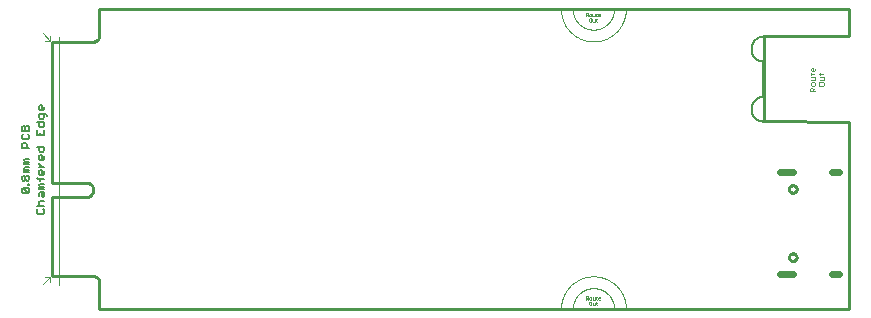
<source format=gko>
G04 EAGLE Gerber RS-274X export*
G75*
%MOMM*%
%FSLAX34Y34*%
%LPD*%
%IN*%
%IPPOS*%
%AMOC8*
5,1,8,0,0,1.08239X$1,22.5*%
G01*
%ADD10C,0.203200*%
%ADD11C,0.020000*%
%ADD12C,0.000000*%
%ADD13C,0.600000*%
%ADD14C,0.152400*%
%ADD15C,0.076200*%
%ADD16C,0.050800*%
%ADD17C,0.127000*%
%ADD18C,0.101600*%
%ADD19C,0.025400*%
%ADD20C,0.254000*%


D10*
X63500Y103950D02*
X63500Y170950D01*
X63500Y182950D02*
X63500Y302450D01*
X98500Y302450D01*
X98500Y103950D02*
X63500Y103950D01*
X98500Y103950D02*
X98640Y103946D01*
X98780Y103937D01*
X98920Y103925D01*
X99059Y103909D01*
X99198Y103889D01*
X99336Y103866D01*
X99474Y103838D01*
X99610Y103807D01*
X99746Y103772D01*
X99881Y103733D01*
X100015Y103691D01*
X100147Y103645D01*
X100278Y103595D01*
X100408Y103542D01*
X100536Y103485D01*
X100663Y103425D01*
X100788Y103362D01*
X100911Y103294D01*
X101032Y103224D01*
X101151Y103150D01*
X101269Y103073D01*
X101384Y102993D01*
X101496Y102910D01*
X101607Y102823D01*
X101715Y102734D01*
X101820Y102642D01*
X101923Y102547D01*
X102024Y102449D01*
X102121Y102348D01*
X102216Y102245D01*
X102308Y102139D01*
X102397Y102030D01*
X102483Y101920D01*
X102566Y101807D01*
X102646Y101691D01*
X102722Y101574D01*
X102796Y101454D01*
X102866Y101333D01*
X102932Y101209D01*
X102995Y101084D01*
X103055Y100957D01*
X103111Y100829D01*
X103164Y100699D01*
X103213Y100568D01*
X103259Y100435D01*
X103301Y100301D01*
X103339Y100166D01*
X103373Y100030D01*
X103404Y99894D01*
X103431Y99756D01*
X103454Y99618D01*
X103473Y99479D01*
X103489Y99339D01*
X103501Y99200D01*
X98500Y302450D02*
X98642Y302456D01*
X98785Y302466D01*
X98926Y302480D01*
X99068Y302498D01*
X99209Y302519D01*
X99349Y302545D01*
X99488Y302574D01*
X99627Y302607D01*
X99764Y302644D01*
X99901Y302685D01*
X100036Y302730D01*
X100170Y302778D01*
X100303Y302830D01*
X100434Y302886D01*
X100564Y302945D01*
X100692Y303008D01*
X100818Y303074D01*
X100942Y303144D01*
X101064Y303217D01*
X101184Y303293D01*
X101302Y303373D01*
X101418Y303456D01*
X101532Y303542D01*
X101643Y303631D01*
X101751Y303724D01*
X101857Y303819D01*
X101961Y303917D01*
X102061Y304018D01*
X102159Y304122D01*
X102254Y304228D01*
X102346Y304337D01*
X102434Y304448D01*
X102520Y304562D01*
X102603Y304678D01*
X102682Y304797D01*
X102758Y304917D01*
X102831Y305040D01*
X102900Y305164D01*
X102966Y305291D01*
X103028Y305419D01*
X103087Y305549D01*
X103142Y305680D01*
X103193Y305813D01*
X103241Y305947D01*
X103285Y306083D01*
X103325Y306219D01*
X103362Y306357D01*
X103394Y306496D01*
X103423Y306635D01*
X103448Y306776D01*
X103469Y306916D01*
X103486Y307058D01*
X103500Y307200D01*
X92500Y170950D02*
X63500Y170950D01*
X63500Y182950D02*
X92500Y182950D01*
X92653Y182948D01*
X92806Y182942D01*
X92959Y182932D01*
X93112Y182919D01*
X93264Y182901D01*
X93416Y182880D01*
X93567Y182854D01*
X93717Y182825D01*
X93867Y182792D01*
X94016Y182755D01*
X94164Y182715D01*
X94310Y182670D01*
X94456Y182622D01*
X94600Y182570D01*
X94743Y182515D01*
X94884Y182456D01*
X95024Y182393D01*
X95162Y182327D01*
X95299Y182257D01*
X95433Y182184D01*
X95566Y182107D01*
X95697Y182027D01*
X95825Y181944D01*
X95952Y181858D01*
X96076Y181768D01*
X96198Y181675D01*
X96317Y181579D01*
X96434Y181480D01*
X96549Y181378D01*
X96661Y181273D01*
X96770Y181165D01*
X96876Y181055D01*
X96979Y180942D01*
X97080Y180826D01*
X97177Y180708D01*
X97272Y180587D01*
X97363Y180464D01*
X97451Y180339D01*
X97536Y180211D01*
X97618Y180082D01*
X97696Y179950D01*
X97771Y179816D01*
X97843Y179681D01*
X97911Y179543D01*
X97975Y179404D01*
X98036Y179264D01*
X98093Y179122D01*
X98147Y178978D01*
X98197Y178833D01*
X98243Y178687D01*
X98286Y178540D01*
X98324Y178392D01*
X98359Y178242D01*
X98390Y178092D01*
X98418Y177942D01*
X98441Y177790D01*
X98460Y177638D01*
X98476Y177486D01*
X98488Y177333D01*
X98496Y177180D01*
X98500Y177027D01*
X98500Y176873D01*
X98496Y176720D01*
X98488Y176567D01*
X98476Y176414D01*
X98460Y176262D01*
X98441Y176110D01*
X98418Y175958D01*
X98390Y175808D01*
X98359Y175658D01*
X98324Y175508D01*
X98286Y175360D01*
X98243Y175213D01*
X98197Y175067D01*
X98147Y174922D01*
X98093Y174778D01*
X98036Y174636D01*
X97975Y174496D01*
X97911Y174357D01*
X97843Y174219D01*
X97771Y174084D01*
X97696Y173950D01*
X97618Y173818D01*
X97536Y173689D01*
X97451Y173561D01*
X97363Y173436D01*
X97272Y173313D01*
X97177Y173192D01*
X97080Y173074D01*
X96979Y172958D01*
X96876Y172845D01*
X96770Y172735D01*
X96661Y172627D01*
X96549Y172522D01*
X96434Y172420D01*
X96317Y172321D01*
X96198Y172225D01*
X96076Y172132D01*
X95952Y172042D01*
X95825Y171956D01*
X95697Y171873D01*
X95566Y171793D01*
X95433Y171716D01*
X95299Y171643D01*
X95162Y171573D01*
X95024Y171507D01*
X94884Y171444D01*
X94743Y171385D01*
X94600Y171330D01*
X94456Y171278D01*
X94310Y171230D01*
X94164Y171185D01*
X94016Y171145D01*
X93867Y171108D01*
X93717Y171075D01*
X93567Y171046D01*
X93416Y171020D01*
X93264Y170999D01*
X93112Y170981D01*
X92959Y170968D01*
X92806Y170958D01*
X92653Y170952D01*
X92500Y170950D01*
D11*
X69000Y96200D02*
X69000Y306200D01*
D10*
X103500Y307200D02*
X103500Y330200D01*
X738378Y330200D01*
X103500Y99200D02*
X103500Y76200D01*
X738378Y76200D01*
X738378Y307340D02*
X665988Y307594D01*
X665988Y234950D01*
X738378Y234696D01*
X738378Y307340D02*
X738378Y330200D01*
X738378Y234696D02*
X738378Y76200D01*
D12*
X687348Y119944D02*
X687350Y120057D01*
X687356Y120171D01*
X687366Y120284D01*
X687380Y120396D01*
X687397Y120508D01*
X687419Y120620D01*
X687445Y120730D01*
X687474Y120840D01*
X687507Y120948D01*
X687544Y121056D01*
X687585Y121161D01*
X687629Y121266D01*
X687677Y121369D01*
X687728Y121470D01*
X687783Y121569D01*
X687842Y121666D01*
X687904Y121761D01*
X687969Y121854D01*
X688037Y121945D01*
X688108Y122033D01*
X688183Y122119D01*
X688260Y122202D01*
X688340Y122282D01*
X688423Y122359D01*
X688509Y122434D01*
X688597Y122505D01*
X688688Y122573D01*
X688781Y122638D01*
X688876Y122700D01*
X688973Y122759D01*
X689072Y122814D01*
X689173Y122865D01*
X689276Y122913D01*
X689381Y122957D01*
X689486Y122998D01*
X689594Y123035D01*
X689702Y123068D01*
X689812Y123097D01*
X689922Y123123D01*
X690034Y123145D01*
X690146Y123162D01*
X690258Y123176D01*
X690371Y123186D01*
X690485Y123192D01*
X690598Y123194D01*
X690711Y123192D01*
X690825Y123186D01*
X690938Y123176D01*
X691050Y123162D01*
X691162Y123145D01*
X691274Y123123D01*
X691384Y123097D01*
X691494Y123068D01*
X691602Y123035D01*
X691710Y122998D01*
X691815Y122957D01*
X691920Y122913D01*
X692023Y122865D01*
X692124Y122814D01*
X692223Y122759D01*
X692320Y122700D01*
X692415Y122638D01*
X692508Y122573D01*
X692599Y122505D01*
X692687Y122434D01*
X692773Y122359D01*
X692856Y122282D01*
X692936Y122202D01*
X693013Y122119D01*
X693088Y122033D01*
X693159Y121945D01*
X693227Y121854D01*
X693292Y121761D01*
X693354Y121666D01*
X693413Y121569D01*
X693468Y121470D01*
X693519Y121369D01*
X693567Y121266D01*
X693611Y121161D01*
X693652Y121056D01*
X693689Y120948D01*
X693722Y120840D01*
X693751Y120730D01*
X693777Y120620D01*
X693799Y120508D01*
X693816Y120396D01*
X693830Y120284D01*
X693840Y120171D01*
X693846Y120057D01*
X693848Y119944D01*
X693846Y119831D01*
X693840Y119717D01*
X693830Y119604D01*
X693816Y119492D01*
X693799Y119380D01*
X693777Y119268D01*
X693751Y119158D01*
X693722Y119048D01*
X693689Y118940D01*
X693652Y118832D01*
X693611Y118727D01*
X693567Y118622D01*
X693519Y118519D01*
X693468Y118418D01*
X693413Y118319D01*
X693354Y118222D01*
X693292Y118127D01*
X693227Y118034D01*
X693159Y117943D01*
X693088Y117855D01*
X693013Y117769D01*
X692936Y117686D01*
X692856Y117606D01*
X692773Y117529D01*
X692687Y117454D01*
X692599Y117383D01*
X692508Y117315D01*
X692415Y117250D01*
X692320Y117188D01*
X692223Y117129D01*
X692124Y117074D01*
X692023Y117023D01*
X691920Y116975D01*
X691815Y116931D01*
X691710Y116890D01*
X691602Y116853D01*
X691494Y116820D01*
X691384Y116791D01*
X691274Y116765D01*
X691162Y116743D01*
X691050Y116726D01*
X690938Y116712D01*
X690825Y116702D01*
X690711Y116696D01*
X690598Y116694D01*
X690485Y116696D01*
X690371Y116702D01*
X690258Y116712D01*
X690146Y116726D01*
X690034Y116743D01*
X689922Y116765D01*
X689812Y116791D01*
X689702Y116820D01*
X689594Y116853D01*
X689486Y116890D01*
X689381Y116931D01*
X689276Y116975D01*
X689173Y117023D01*
X689072Y117074D01*
X688973Y117129D01*
X688876Y117188D01*
X688781Y117250D01*
X688688Y117315D01*
X688597Y117383D01*
X688509Y117454D01*
X688423Y117529D01*
X688340Y117606D01*
X688260Y117686D01*
X688183Y117769D01*
X688108Y117855D01*
X688037Y117943D01*
X687969Y118034D01*
X687904Y118127D01*
X687842Y118222D01*
X687783Y118319D01*
X687728Y118418D01*
X687677Y118519D01*
X687629Y118622D01*
X687585Y118727D01*
X687544Y118832D01*
X687507Y118940D01*
X687474Y119048D01*
X687445Y119158D01*
X687419Y119268D01*
X687397Y119380D01*
X687380Y119492D01*
X687366Y119604D01*
X687356Y119717D01*
X687350Y119831D01*
X687348Y119944D01*
X687348Y177744D02*
X687350Y177857D01*
X687356Y177971D01*
X687366Y178084D01*
X687380Y178196D01*
X687397Y178308D01*
X687419Y178420D01*
X687445Y178530D01*
X687474Y178640D01*
X687507Y178748D01*
X687544Y178856D01*
X687585Y178961D01*
X687629Y179066D01*
X687677Y179169D01*
X687728Y179270D01*
X687783Y179369D01*
X687842Y179466D01*
X687904Y179561D01*
X687969Y179654D01*
X688037Y179745D01*
X688108Y179833D01*
X688183Y179919D01*
X688260Y180002D01*
X688340Y180082D01*
X688423Y180159D01*
X688509Y180234D01*
X688597Y180305D01*
X688688Y180373D01*
X688781Y180438D01*
X688876Y180500D01*
X688973Y180559D01*
X689072Y180614D01*
X689173Y180665D01*
X689276Y180713D01*
X689381Y180757D01*
X689486Y180798D01*
X689594Y180835D01*
X689702Y180868D01*
X689812Y180897D01*
X689922Y180923D01*
X690034Y180945D01*
X690146Y180962D01*
X690258Y180976D01*
X690371Y180986D01*
X690485Y180992D01*
X690598Y180994D01*
X690711Y180992D01*
X690825Y180986D01*
X690938Y180976D01*
X691050Y180962D01*
X691162Y180945D01*
X691274Y180923D01*
X691384Y180897D01*
X691494Y180868D01*
X691602Y180835D01*
X691710Y180798D01*
X691815Y180757D01*
X691920Y180713D01*
X692023Y180665D01*
X692124Y180614D01*
X692223Y180559D01*
X692320Y180500D01*
X692415Y180438D01*
X692508Y180373D01*
X692599Y180305D01*
X692687Y180234D01*
X692773Y180159D01*
X692856Y180082D01*
X692936Y180002D01*
X693013Y179919D01*
X693088Y179833D01*
X693159Y179745D01*
X693227Y179654D01*
X693292Y179561D01*
X693354Y179466D01*
X693413Y179369D01*
X693468Y179270D01*
X693519Y179169D01*
X693567Y179066D01*
X693611Y178961D01*
X693652Y178856D01*
X693689Y178748D01*
X693722Y178640D01*
X693751Y178530D01*
X693777Y178420D01*
X693799Y178308D01*
X693816Y178196D01*
X693830Y178084D01*
X693840Y177971D01*
X693846Y177857D01*
X693848Y177744D01*
X693846Y177631D01*
X693840Y177517D01*
X693830Y177404D01*
X693816Y177292D01*
X693799Y177180D01*
X693777Y177068D01*
X693751Y176958D01*
X693722Y176848D01*
X693689Y176740D01*
X693652Y176632D01*
X693611Y176527D01*
X693567Y176422D01*
X693519Y176319D01*
X693468Y176218D01*
X693413Y176119D01*
X693354Y176022D01*
X693292Y175927D01*
X693227Y175834D01*
X693159Y175743D01*
X693088Y175655D01*
X693013Y175569D01*
X692936Y175486D01*
X692856Y175406D01*
X692773Y175329D01*
X692687Y175254D01*
X692599Y175183D01*
X692508Y175115D01*
X692415Y175050D01*
X692320Y174988D01*
X692223Y174929D01*
X692124Y174874D01*
X692023Y174823D01*
X691920Y174775D01*
X691815Y174731D01*
X691710Y174690D01*
X691602Y174653D01*
X691494Y174620D01*
X691384Y174591D01*
X691274Y174565D01*
X691162Y174543D01*
X691050Y174526D01*
X690938Y174512D01*
X690825Y174502D01*
X690711Y174496D01*
X690598Y174494D01*
X690485Y174496D01*
X690371Y174502D01*
X690258Y174512D01*
X690146Y174526D01*
X690034Y174543D01*
X689922Y174565D01*
X689812Y174591D01*
X689702Y174620D01*
X689594Y174653D01*
X689486Y174690D01*
X689381Y174731D01*
X689276Y174775D01*
X689173Y174823D01*
X689072Y174874D01*
X688973Y174929D01*
X688876Y174988D01*
X688781Y175050D01*
X688688Y175115D01*
X688597Y175183D01*
X688509Y175254D01*
X688423Y175329D01*
X688340Y175406D01*
X688260Y175486D01*
X688183Y175569D01*
X688108Y175655D01*
X688037Y175743D01*
X687969Y175834D01*
X687904Y175927D01*
X687842Y176022D01*
X687783Y176119D01*
X687728Y176218D01*
X687677Y176319D01*
X687629Y176422D01*
X687585Y176527D01*
X687544Y176632D01*
X687507Y176740D01*
X687474Y176848D01*
X687445Y176958D01*
X687419Y177068D01*
X687397Y177180D01*
X687380Y177292D01*
X687366Y177404D01*
X687356Y177517D01*
X687350Y177631D01*
X687348Y177744D01*
D13*
X690798Y105664D02*
X679798Y105664D01*
X679798Y192024D02*
X690798Y192024D01*
X723948Y105664D02*
X730148Y105664D01*
X730148Y192024D02*
X723948Y192024D01*
D14*
X735784Y306870D02*
X665784Y306870D01*
X665542Y306867D01*
X665301Y306858D01*
X665060Y306844D01*
X664819Y306823D01*
X664579Y306797D01*
X664339Y306765D01*
X664100Y306727D01*
X663863Y306684D01*
X663626Y306634D01*
X663391Y306579D01*
X663157Y306519D01*
X662925Y306452D01*
X662694Y306381D01*
X662465Y306303D01*
X662238Y306220D01*
X662013Y306132D01*
X661790Y306038D01*
X661570Y305939D01*
X661352Y305834D01*
X661137Y305725D01*
X660924Y305610D01*
X660714Y305490D01*
X660508Y305365D01*
X660304Y305235D01*
X660103Y305100D01*
X659906Y304960D01*
X659712Y304816D01*
X659522Y304667D01*
X659336Y304513D01*
X659153Y304355D01*
X658974Y304193D01*
X658799Y304026D01*
X658628Y303855D01*
X658461Y303680D01*
X658299Y303501D01*
X658141Y303318D01*
X657987Y303132D01*
X657838Y302942D01*
X657694Y302748D01*
X657554Y302551D01*
X657419Y302350D01*
X657289Y302146D01*
X657164Y301940D01*
X657044Y301730D01*
X656929Y301517D01*
X656820Y301302D01*
X656715Y301084D01*
X656616Y300864D01*
X656522Y300641D01*
X656434Y300416D01*
X656351Y300189D01*
X656273Y299960D01*
X656202Y299729D01*
X656135Y299497D01*
X656075Y299263D01*
X656020Y299028D01*
X655970Y298791D01*
X655927Y298554D01*
X655889Y298315D01*
X655857Y298075D01*
X655831Y297835D01*
X655810Y297594D01*
X655796Y297353D01*
X655787Y297112D01*
X655784Y296870D01*
X655784Y295870D01*
X655787Y295628D01*
X655796Y295387D01*
X655810Y295146D01*
X655831Y294905D01*
X655857Y294665D01*
X655889Y294425D01*
X655927Y294186D01*
X655970Y293949D01*
X656020Y293712D01*
X656075Y293477D01*
X656135Y293243D01*
X656202Y293011D01*
X656273Y292780D01*
X656351Y292551D01*
X656434Y292324D01*
X656522Y292099D01*
X656616Y291876D01*
X656715Y291656D01*
X656820Y291438D01*
X656929Y291223D01*
X657044Y291010D01*
X657164Y290800D01*
X657289Y290594D01*
X657419Y290390D01*
X657554Y290189D01*
X657694Y289992D01*
X657838Y289798D01*
X657987Y289608D01*
X658141Y289422D01*
X658299Y289239D01*
X658461Y289060D01*
X658628Y288885D01*
X658799Y288714D01*
X658974Y288547D01*
X659153Y288385D01*
X659336Y288227D01*
X659522Y288073D01*
X659712Y287924D01*
X659906Y287780D01*
X660103Y287640D01*
X660304Y287505D01*
X660508Y287375D01*
X660714Y287250D01*
X660924Y287130D01*
X661137Y287015D01*
X661352Y286906D01*
X661570Y286801D01*
X661790Y286702D01*
X662013Y286608D01*
X662238Y286520D01*
X662465Y286437D01*
X662694Y286359D01*
X662925Y286288D01*
X663157Y286221D01*
X663391Y286161D01*
X663626Y286106D01*
X663863Y286056D01*
X664100Y286013D01*
X664339Y285975D01*
X664579Y285943D01*
X664819Y285917D01*
X665060Y285896D01*
X665301Y285882D01*
X665542Y285873D01*
X665784Y285870D01*
X665784Y255870D01*
X665784Y234870D02*
X735784Y234870D01*
D15*
X709233Y260509D02*
X704991Y260509D01*
X704991Y262629D01*
X705698Y263336D01*
X707112Y263336D01*
X707819Y262629D01*
X707819Y260509D01*
X707819Y261922D02*
X709233Y263336D01*
X709233Y265819D02*
X709233Y267233D01*
X708526Y267940D01*
X707112Y267940D01*
X706405Y267233D01*
X706405Y265819D01*
X707112Y265112D01*
X708526Y265112D01*
X709233Y265819D01*
X708526Y269716D02*
X706405Y269716D01*
X708526Y269716D02*
X709233Y270423D01*
X709233Y272544D01*
X706405Y272544D01*
X705698Y275027D02*
X708526Y275027D01*
X709233Y275734D01*
X706405Y275734D02*
X706405Y274320D01*
X709233Y278096D02*
X709233Y279510D01*
X709233Y278096D02*
X708526Y277390D01*
X707112Y277390D01*
X706405Y278096D01*
X706405Y279510D01*
X707112Y280217D01*
X707819Y280217D01*
X707819Y277390D01*
X712491Y267233D02*
X712491Y265819D01*
X713198Y265112D01*
X716026Y265112D01*
X716733Y265819D01*
X716733Y267233D01*
X716026Y267940D01*
X713198Y267940D01*
X712491Y267233D01*
X713905Y269716D02*
X716026Y269716D01*
X716733Y270423D01*
X716733Y272544D01*
X713905Y272544D01*
X713198Y275027D02*
X716026Y275027D01*
X716733Y275734D01*
X713905Y275734D02*
X713905Y274320D01*
D14*
X665584Y234870D02*
X665347Y234873D01*
X665111Y234881D01*
X664874Y234896D01*
X664638Y234916D01*
X664403Y234941D01*
X664168Y234973D01*
X663934Y235010D01*
X663701Y235053D01*
X663469Y235101D01*
X663239Y235155D01*
X663009Y235214D01*
X662782Y235279D01*
X662556Y235350D01*
X662331Y235426D01*
X662109Y235507D01*
X661888Y235593D01*
X661670Y235685D01*
X661454Y235783D01*
X661241Y235885D01*
X661030Y235993D01*
X660821Y236105D01*
X660616Y236223D01*
X660413Y236345D01*
X660213Y236473D01*
X660017Y236605D01*
X659824Y236742D01*
X659634Y236883D01*
X659447Y237029D01*
X659265Y237180D01*
X659085Y237335D01*
X658910Y237494D01*
X658739Y237657D01*
X658571Y237825D01*
X658408Y237996D01*
X658249Y238171D01*
X658094Y238351D01*
X657943Y238533D01*
X657797Y238720D01*
X657656Y238910D01*
X657519Y239103D01*
X657387Y239299D01*
X657259Y239499D01*
X657137Y239702D01*
X657019Y239907D01*
X656907Y240116D01*
X656799Y240327D01*
X656697Y240540D01*
X656599Y240756D01*
X656507Y240974D01*
X656421Y241195D01*
X656340Y241417D01*
X656264Y241642D01*
X656193Y241868D01*
X656128Y242095D01*
X656069Y242325D01*
X656015Y242555D01*
X655967Y242787D01*
X655924Y243020D01*
X655887Y243254D01*
X655855Y243489D01*
X655830Y243724D01*
X655810Y243960D01*
X655795Y244197D01*
X655787Y244433D01*
X655784Y244670D01*
X655784Y245870D01*
X655787Y246112D01*
X655796Y246353D01*
X655810Y246594D01*
X655831Y246835D01*
X655857Y247075D01*
X655889Y247315D01*
X655927Y247554D01*
X655970Y247791D01*
X656020Y248028D01*
X656075Y248263D01*
X656135Y248497D01*
X656202Y248729D01*
X656273Y248960D01*
X656351Y249189D01*
X656434Y249416D01*
X656522Y249641D01*
X656616Y249864D01*
X656715Y250084D01*
X656820Y250302D01*
X656929Y250517D01*
X657044Y250730D01*
X657164Y250940D01*
X657289Y251146D01*
X657419Y251350D01*
X657554Y251551D01*
X657694Y251748D01*
X657838Y251942D01*
X657987Y252132D01*
X658141Y252318D01*
X658299Y252501D01*
X658461Y252680D01*
X658628Y252855D01*
X658799Y253026D01*
X658974Y253193D01*
X659153Y253355D01*
X659336Y253513D01*
X659522Y253667D01*
X659712Y253816D01*
X659906Y253960D01*
X660103Y254100D01*
X660304Y254235D01*
X660508Y254365D01*
X660714Y254490D01*
X660924Y254610D01*
X661137Y254725D01*
X661352Y254834D01*
X661570Y254939D01*
X661790Y255038D01*
X662013Y255132D01*
X662238Y255220D01*
X662465Y255303D01*
X662694Y255381D01*
X662925Y255452D01*
X663157Y255519D01*
X663391Y255579D01*
X663626Y255634D01*
X663863Y255684D01*
X664100Y255727D01*
X664339Y255765D01*
X664579Y255797D01*
X664819Y255823D01*
X665060Y255844D01*
X665301Y255858D01*
X665542Y255867D01*
X665784Y255870D01*
D16*
X539380Y76252D02*
X539375Y76678D01*
X539359Y77104D01*
X539333Y77529D01*
X539297Y77954D01*
X539250Y78378D01*
X539194Y78800D01*
X539126Y79221D01*
X539049Y79640D01*
X538961Y80057D01*
X538864Y80472D01*
X538756Y80884D01*
X538638Y81294D01*
X538510Y81700D01*
X538373Y82104D01*
X538225Y82504D01*
X538068Y82900D01*
X537902Y83292D01*
X537725Y83680D01*
X537540Y84064D01*
X537345Y84443D01*
X537141Y84817D01*
X536928Y85186D01*
X536706Y85550D01*
X536475Y85908D01*
X536236Y86260D01*
X535988Y86607D01*
X535731Y86948D01*
X535467Y87282D01*
X535194Y87609D01*
X534914Y87930D01*
X534625Y88244D01*
X534329Y88551D01*
X534026Y88850D01*
X533716Y89142D01*
X533399Y89427D01*
X533074Y89703D01*
X532743Y89972D01*
X532406Y90232D01*
X532063Y90485D01*
X531713Y90728D01*
X531358Y90963D01*
X530996Y91190D01*
X530630Y91407D01*
X530258Y91616D01*
X529882Y91815D01*
X529500Y92006D01*
X529115Y92187D01*
X528724Y92358D01*
X528330Y92520D01*
X527932Y92672D01*
X527530Y92815D01*
X527125Y92947D01*
X526717Y93070D01*
X526306Y93183D01*
X525893Y93286D01*
X525477Y93378D01*
X525059Y93461D01*
X524639Y93533D01*
X524217Y93595D01*
X523794Y93647D01*
X523370Y93688D01*
X522945Y93720D01*
X522519Y93740D01*
X522093Y93751D01*
X521667Y93751D01*
X521241Y93740D01*
X520815Y93720D01*
X520390Y93688D01*
X519966Y93647D01*
X519543Y93595D01*
X519121Y93533D01*
X518701Y93461D01*
X518283Y93378D01*
X517867Y93286D01*
X517454Y93183D01*
X517043Y93070D01*
X516635Y92947D01*
X516230Y92815D01*
X515828Y92672D01*
X515430Y92520D01*
X515036Y92358D01*
X514645Y92187D01*
X514260Y92006D01*
X513878Y91815D01*
X513502Y91616D01*
X513130Y91407D01*
X512764Y91190D01*
X512402Y90963D01*
X512047Y90728D01*
X511697Y90485D01*
X511354Y90232D01*
X511017Y89972D01*
X510686Y89703D01*
X510361Y89427D01*
X510044Y89142D01*
X509734Y88850D01*
X509431Y88551D01*
X509135Y88244D01*
X508846Y87930D01*
X508566Y87609D01*
X508293Y87282D01*
X508029Y86948D01*
X507772Y86607D01*
X507524Y86260D01*
X507285Y85908D01*
X507054Y85550D01*
X506832Y85186D01*
X506619Y84817D01*
X506415Y84443D01*
X506220Y84064D01*
X506035Y83680D01*
X505858Y83292D01*
X505692Y82900D01*
X505535Y82504D01*
X505387Y82104D01*
X505250Y81700D01*
X505122Y81294D01*
X505004Y80884D01*
X504896Y80472D01*
X504799Y80057D01*
X504711Y79640D01*
X504634Y79221D01*
X504566Y78800D01*
X504510Y78378D01*
X504463Y77954D01*
X504427Y77529D01*
X504401Y77104D01*
X504385Y76678D01*
X504380Y76252D01*
X504385Y76678D01*
X504401Y77104D01*
X504427Y77529D01*
X504463Y77954D01*
X504510Y78378D01*
X504566Y78800D01*
X504634Y79221D01*
X504711Y79640D01*
X504799Y80057D01*
X504896Y80472D01*
X505004Y80884D01*
X505122Y81294D01*
X505250Y81700D01*
X505387Y82104D01*
X505535Y82504D01*
X505692Y82900D01*
X505858Y83292D01*
X506035Y83680D01*
X506220Y84064D01*
X506415Y84443D01*
X506619Y84817D01*
X506832Y85186D01*
X507054Y85550D01*
X507285Y85908D01*
X507524Y86260D01*
X507772Y86607D01*
X508029Y86948D01*
X508293Y87282D01*
X508566Y87609D01*
X508846Y87930D01*
X509135Y88244D01*
X509431Y88551D01*
X509734Y88850D01*
X510044Y89142D01*
X510361Y89427D01*
X510686Y89703D01*
X511017Y89972D01*
X511354Y90232D01*
X511697Y90485D01*
X512047Y90728D01*
X512402Y90963D01*
X512764Y91190D01*
X513130Y91407D01*
X513502Y91616D01*
X513878Y91815D01*
X514260Y92006D01*
X514645Y92187D01*
X515036Y92358D01*
X515430Y92520D01*
X515828Y92672D01*
X516230Y92815D01*
X516635Y92947D01*
X517043Y93070D01*
X517454Y93183D01*
X517867Y93286D01*
X518283Y93378D01*
X518701Y93461D01*
X519121Y93533D01*
X519543Y93595D01*
X519966Y93647D01*
X520390Y93688D01*
X520815Y93720D01*
X521241Y93740D01*
X521667Y93751D01*
X522093Y93751D01*
X522519Y93740D01*
X522945Y93720D01*
X523370Y93688D01*
X523794Y93647D01*
X524217Y93595D01*
X524639Y93533D01*
X525059Y93461D01*
X525477Y93378D01*
X525893Y93286D01*
X526306Y93183D01*
X526717Y93070D01*
X527125Y92947D01*
X527530Y92815D01*
X527932Y92672D01*
X528330Y92520D01*
X528724Y92358D01*
X529115Y92187D01*
X529500Y92006D01*
X529882Y91815D01*
X530258Y91616D01*
X530630Y91407D01*
X530996Y91190D01*
X531358Y90963D01*
X531713Y90728D01*
X532063Y90485D01*
X532406Y90232D01*
X532743Y89972D01*
X533074Y89703D01*
X533399Y89427D01*
X533716Y89142D01*
X534026Y88850D01*
X534329Y88551D01*
X534625Y88244D01*
X534914Y87930D01*
X535194Y87609D01*
X535467Y87282D01*
X535731Y86948D01*
X535988Y86607D01*
X536236Y86260D01*
X536475Y85908D01*
X536706Y85550D01*
X536928Y85186D01*
X537141Y84817D01*
X537345Y84443D01*
X537540Y84064D01*
X537725Y83680D01*
X537902Y83292D01*
X538068Y82900D01*
X538225Y82504D01*
X538373Y82104D01*
X538510Y81700D01*
X538638Y81294D01*
X538756Y80884D01*
X538864Y80472D01*
X538961Y80057D01*
X539049Y79640D01*
X539126Y79221D01*
X539194Y78800D01*
X539250Y78378D01*
X539297Y77954D01*
X539333Y77529D01*
X539359Y77104D01*
X539375Y76678D01*
X539380Y76252D01*
X549380Y76252D02*
X549372Y76922D01*
X549347Y77591D01*
X549307Y78259D01*
X549250Y78927D01*
X549176Y79592D01*
X549087Y80256D01*
X548981Y80917D01*
X548860Y81576D01*
X548722Y82231D01*
X548569Y82883D01*
X548399Y83531D01*
X548214Y84175D01*
X548013Y84814D01*
X547797Y85447D01*
X547565Y86076D01*
X547319Y86698D01*
X547057Y87315D01*
X546780Y87925D01*
X546488Y88527D01*
X546182Y89123D01*
X545861Y89711D01*
X545527Y90291D01*
X545178Y90863D01*
X544815Y91426D01*
X544439Y91980D01*
X544049Y92524D01*
X543646Y93059D01*
X543230Y93584D01*
X542802Y94099D01*
X542361Y94603D01*
X541908Y95097D01*
X541443Y95579D01*
X540967Y96049D01*
X540479Y96508D01*
X539981Y96955D01*
X539471Y97390D01*
X538951Y97812D01*
X538421Y98221D01*
X537881Y98617D01*
X537332Y99000D01*
X536773Y99370D01*
X536206Y99726D01*
X535630Y100068D01*
X535046Y100395D01*
X534454Y100709D01*
X533855Y101008D01*
X533249Y101292D01*
X532635Y101562D01*
X532016Y101816D01*
X531390Y102055D01*
X530759Y102279D01*
X530123Y102488D01*
X529481Y102681D01*
X528836Y102858D01*
X528186Y103019D01*
X527532Y103165D01*
X526875Y103295D01*
X526215Y103408D01*
X525552Y103506D01*
X524888Y103587D01*
X524221Y103652D01*
X523553Y103701D01*
X522884Y103734D01*
X522215Y103750D01*
X521545Y103750D01*
X520876Y103734D01*
X520207Y103701D01*
X519539Y103652D01*
X518872Y103587D01*
X518208Y103506D01*
X517545Y103408D01*
X516885Y103295D01*
X516228Y103165D01*
X515574Y103019D01*
X514924Y102858D01*
X514279Y102681D01*
X513637Y102488D01*
X513001Y102279D01*
X512370Y102055D01*
X511744Y101816D01*
X511125Y101562D01*
X510511Y101292D01*
X509905Y101008D01*
X509306Y100709D01*
X508714Y100395D01*
X508130Y100068D01*
X507554Y99726D01*
X506987Y99370D01*
X506428Y99000D01*
X505879Y98617D01*
X505339Y98221D01*
X504809Y97812D01*
X504289Y97390D01*
X503779Y96955D01*
X503281Y96508D01*
X502793Y96049D01*
X502317Y95579D01*
X501852Y95097D01*
X501399Y94603D01*
X500958Y94099D01*
X500530Y93584D01*
X500114Y93059D01*
X499711Y92524D01*
X499321Y91980D01*
X498945Y91426D01*
X498582Y90863D01*
X498233Y90291D01*
X497899Y89711D01*
X497578Y89123D01*
X497272Y88527D01*
X496980Y87925D01*
X496703Y87315D01*
X496441Y86698D01*
X496195Y86076D01*
X495963Y85447D01*
X495747Y84814D01*
X495546Y84175D01*
X495361Y83531D01*
X495191Y82883D01*
X495038Y82231D01*
X494900Y81576D01*
X494779Y80917D01*
X494673Y80256D01*
X494584Y79592D01*
X494510Y78927D01*
X494453Y78259D01*
X494413Y77591D01*
X494388Y76922D01*
X494380Y76252D01*
D17*
X51379Y160911D02*
X50320Y159852D01*
X50320Y157734D01*
X51379Y156674D01*
X55616Y156674D01*
X56675Y157734D01*
X56675Y159852D01*
X55616Y160911D01*
X56675Y163691D02*
X50320Y163691D01*
X52438Y164750D02*
X53497Y163691D01*
X52438Y164750D02*
X52438Y166868D01*
X53497Y167928D01*
X56675Y167928D01*
X52438Y171766D02*
X52438Y173885D01*
X53497Y174944D01*
X56675Y174944D01*
X56675Y171766D01*
X55616Y170707D01*
X54557Y171766D01*
X54557Y174944D01*
X56675Y177723D02*
X52438Y177723D01*
X52438Y178783D01*
X53497Y179842D01*
X56675Y179842D01*
X53497Y179842D02*
X52438Y180901D01*
X53497Y181960D01*
X56675Y181960D01*
X56675Y185799D02*
X51379Y185799D01*
X50320Y186858D01*
X53497Y186858D02*
X53497Y184740D01*
X56675Y190477D02*
X56675Y192595D01*
X56675Y190477D02*
X55616Y189417D01*
X53497Y189417D01*
X52438Y190477D01*
X52438Y192595D01*
X53497Y193654D01*
X54557Y193654D01*
X54557Y189417D01*
X56675Y196434D02*
X52438Y196434D01*
X52438Y198552D02*
X54557Y196434D01*
X52438Y198552D02*
X52438Y199612D01*
X56675Y203340D02*
X56675Y205458D01*
X56675Y203340D02*
X55616Y202281D01*
X53497Y202281D01*
X52438Y203340D01*
X52438Y205458D01*
X53497Y206518D01*
X54557Y206518D01*
X54557Y202281D01*
X56675Y213534D02*
X50320Y213534D01*
X56675Y213534D02*
X56675Y210356D01*
X55616Y209297D01*
X53497Y209297D01*
X52438Y210356D01*
X52438Y213534D01*
X50320Y223330D02*
X50320Y227567D01*
X50320Y223330D02*
X56675Y223330D01*
X56675Y227567D01*
X53497Y225448D02*
X53497Y223330D01*
X50320Y234583D02*
X56675Y234583D01*
X56675Y231406D01*
X55616Y230346D01*
X53497Y230346D01*
X52438Y231406D01*
X52438Y234583D01*
X58793Y239481D02*
X58793Y240540D01*
X57734Y241600D01*
X52438Y241600D01*
X52438Y238422D01*
X53497Y237363D01*
X55616Y237363D01*
X56675Y238422D01*
X56675Y241600D01*
X56675Y245438D02*
X56675Y247557D01*
X56675Y245438D02*
X55616Y244379D01*
X53497Y244379D01*
X52438Y245438D01*
X52438Y247557D01*
X53497Y248616D01*
X54557Y248616D01*
X54557Y244379D01*
D18*
X61500Y103400D02*
X55500Y97400D01*
X57500Y103400D02*
X61500Y103400D01*
X61500Y99400D01*
X61500Y303400D02*
X55500Y309400D01*
X61500Y307400D02*
X61500Y303400D01*
X57500Y303400D01*
D17*
X42916Y174215D02*
X38679Y174215D01*
X37620Y175275D01*
X37620Y177393D01*
X38679Y178452D01*
X42916Y178452D01*
X43975Y177393D01*
X43975Y175275D01*
X42916Y174215D01*
X38679Y178452D01*
X42916Y181232D02*
X43975Y181232D01*
X42916Y181232D02*
X42916Y182291D01*
X43975Y182291D01*
X43975Y181232D01*
X38679Y184740D02*
X37620Y185799D01*
X37620Y187918D01*
X38679Y188977D01*
X39738Y188977D01*
X40797Y187918D01*
X41857Y188977D01*
X42916Y188977D01*
X43975Y187918D01*
X43975Y185799D01*
X42916Y184740D01*
X41857Y184740D01*
X40797Y185799D01*
X39738Y184740D01*
X38679Y184740D01*
X40797Y185799D02*
X40797Y187918D01*
X39738Y191756D02*
X43975Y191756D01*
X39738Y191756D02*
X39738Y192816D01*
X40797Y193875D01*
X43975Y193875D01*
X40797Y193875D02*
X39738Y194934D01*
X40797Y195993D01*
X43975Y195993D01*
X43975Y198773D02*
X39738Y198773D01*
X39738Y199832D01*
X40797Y200891D01*
X43975Y200891D01*
X40797Y200891D02*
X39738Y201950D01*
X40797Y203010D01*
X43975Y203010D01*
X43975Y212805D02*
X37620Y212805D01*
X37620Y215983D01*
X38679Y217042D01*
X40797Y217042D01*
X41857Y215983D01*
X41857Y212805D01*
X37620Y222999D02*
X38679Y224059D01*
X37620Y222999D02*
X37620Y220881D01*
X38679Y219822D01*
X42916Y219822D01*
X43975Y220881D01*
X43975Y222999D01*
X42916Y224059D01*
X43975Y226838D02*
X37620Y226838D01*
X37620Y230016D01*
X38679Y231075D01*
X39738Y231075D01*
X40797Y230016D01*
X41857Y231075D01*
X42916Y231075D01*
X43975Y230016D01*
X43975Y226838D01*
X40797Y226838D02*
X40797Y230016D01*
D19*
X515562Y86877D02*
X515562Y84129D01*
X515562Y86877D02*
X516936Y86877D01*
X517394Y86419D01*
X517394Y85503D01*
X516936Y85045D01*
X515562Y85045D01*
X516478Y85045D02*
X517394Y84129D01*
X518782Y84129D02*
X519698Y84129D01*
X520156Y84587D01*
X520156Y85503D01*
X519698Y85961D01*
X518782Y85961D01*
X518324Y85503D01*
X518324Y84587D01*
X518782Y84129D01*
X521086Y84587D02*
X521086Y85961D01*
X521086Y84587D02*
X521544Y84129D01*
X522918Y84129D01*
X522918Y85961D01*
X524307Y86419D02*
X524307Y84587D01*
X524765Y84129D01*
X524765Y85961D02*
X523849Y85961D01*
X526148Y84129D02*
X527064Y84129D01*
X526148Y84129D02*
X525690Y84587D01*
X525690Y85503D01*
X526148Y85961D01*
X527064Y85961D01*
X527522Y85503D01*
X527522Y85045D01*
X525690Y85045D01*
X519698Y82377D02*
X518782Y82377D01*
X518324Y81919D01*
X518324Y80087D01*
X518782Y79629D01*
X519698Y79629D01*
X520156Y80087D01*
X520156Y81919D01*
X519698Y82377D01*
X521086Y81461D02*
X521086Y80087D01*
X521544Y79629D01*
X522918Y79629D01*
X522918Y81461D01*
X524307Y81919D02*
X524307Y80087D01*
X524765Y79629D01*
X524765Y81461D02*
X523849Y81461D01*
D16*
X539320Y330148D02*
X539315Y329722D01*
X539299Y329296D01*
X539273Y328871D01*
X539237Y328446D01*
X539190Y328022D01*
X539134Y327600D01*
X539066Y327179D01*
X538989Y326760D01*
X538901Y326343D01*
X538804Y325928D01*
X538696Y325516D01*
X538578Y325106D01*
X538450Y324700D01*
X538313Y324296D01*
X538165Y323896D01*
X538008Y323500D01*
X537842Y323108D01*
X537665Y322720D01*
X537480Y322336D01*
X537285Y321957D01*
X537081Y321583D01*
X536868Y321214D01*
X536646Y320850D01*
X536415Y320492D01*
X536176Y320140D01*
X535928Y319793D01*
X535671Y319452D01*
X535407Y319118D01*
X535134Y318791D01*
X534854Y318470D01*
X534565Y318156D01*
X534269Y317849D01*
X533966Y317550D01*
X533656Y317258D01*
X533339Y316973D01*
X533014Y316697D01*
X532683Y316428D01*
X532346Y316168D01*
X532003Y315915D01*
X531653Y315672D01*
X531298Y315437D01*
X530936Y315210D01*
X530570Y314993D01*
X530198Y314784D01*
X529822Y314585D01*
X529440Y314394D01*
X529055Y314213D01*
X528664Y314042D01*
X528270Y313880D01*
X527872Y313728D01*
X527470Y313585D01*
X527065Y313453D01*
X526657Y313330D01*
X526246Y313217D01*
X525833Y313114D01*
X525417Y313022D01*
X524999Y312939D01*
X524579Y312867D01*
X524157Y312805D01*
X523734Y312753D01*
X523310Y312712D01*
X522885Y312680D01*
X522459Y312660D01*
X522033Y312649D01*
X521607Y312649D01*
X521181Y312660D01*
X520755Y312680D01*
X520330Y312712D01*
X519906Y312753D01*
X519483Y312805D01*
X519061Y312867D01*
X518641Y312939D01*
X518223Y313022D01*
X517807Y313114D01*
X517394Y313217D01*
X516983Y313330D01*
X516575Y313453D01*
X516170Y313585D01*
X515768Y313728D01*
X515370Y313880D01*
X514976Y314042D01*
X514585Y314213D01*
X514200Y314394D01*
X513818Y314585D01*
X513442Y314784D01*
X513070Y314993D01*
X512704Y315210D01*
X512342Y315437D01*
X511987Y315672D01*
X511637Y315915D01*
X511294Y316168D01*
X510957Y316428D01*
X510626Y316697D01*
X510301Y316973D01*
X509984Y317258D01*
X509674Y317550D01*
X509371Y317849D01*
X509075Y318156D01*
X508786Y318470D01*
X508506Y318791D01*
X508233Y319118D01*
X507969Y319452D01*
X507712Y319793D01*
X507464Y320140D01*
X507225Y320492D01*
X506994Y320850D01*
X506772Y321214D01*
X506559Y321583D01*
X506355Y321957D01*
X506160Y322336D01*
X505975Y322720D01*
X505798Y323108D01*
X505632Y323500D01*
X505475Y323896D01*
X505327Y324296D01*
X505190Y324700D01*
X505062Y325106D01*
X504944Y325516D01*
X504836Y325928D01*
X504739Y326343D01*
X504651Y326760D01*
X504574Y327179D01*
X504506Y327600D01*
X504450Y328022D01*
X504403Y328446D01*
X504367Y328871D01*
X504341Y329296D01*
X504325Y329722D01*
X504320Y330148D01*
X504325Y329722D01*
X504341Y329296D01*
X504367Y328871D01*
X504403Y328446D01*
X504450Y328022D01*
X504506Y327600D01*
X504574Y327179D01*
X504651Y326760D01*
X504739Y326343D01*
X504836Y325928D01*
X504944Y325516D01*
X505062Y325106D01*
X505190Y324700D01*
X505327Y324296D01*
X505475Y323896D01*
X505632Y323500D01*
X505798Y323108D01*
X505975Y322720D01*
X506160Y322336D01*
X506355Y321957D01*
X506559Y321583D01*
X506772Y321214D01*
X506994Y320850D01*
X507225Y320492D01*
X507464Y320140D01*
X507712Y319793D01*
X507969Y319452D01*
X508233Y319118D01*
X508506Y318791D01*
X508786Y318470D01*
X509075Y318156D01*
X509371Y317849D01*
X509674Y317550D01*
X509984Y317258D01*
X510301Y316973D01*
X510626Y316697D01*
X510957Y316428D01*
X511294Y316168D01*
X511637Y315915D01*
X511987Y315672D01*
X512342Y315437D01*
X512704Y315210D01*
X513070Y314993D01*
X513442Y314784D01*
X513818Y314585D01*
X514200Y314394D01*
X514585Y314213D01*
X514976Y314042D01*
X515370Y313880D01*
X515768Y313728D01*
X516170Y313585D01*
X516575Y313453D01*
X516983Y313330D01*
X517394Y313217D01*
X517807Y313114D01*
X518223Y313022D01*
X518641Y312939D01*
X519061Y312867D01*
X519483Y312805D01*
X519906Y312753D01*
X520330Y312712D01*
X520755Y312680D01*
X521181Y312660D01*
X521607Y312649D01*
X522033Y312649D01*
X522459Y312660D01*
X522885Y312680D01*
X523310Y312712D01*
X523734Y312753D01*
X524157Y312805D01*
X524579Y312867D01*
X524999Y312939D01*
X525417Y313022D01*
X525833Y313114D01*
X526246Y313217D01*
X526657Y313330D01*
X527065Y313453D01*
X527470Y313585D01*
X527872Y313728D01*
X528270Y313880D01*
X528664Y314042D01*
X529055Y314213D01*
X529440Y314394D01*
X529822Y314585D01*
X530198Y314784D01*
X530570Y314993D01*
X530936Y315210D01*
X531298Y315437D01*
X531653Y315672D01*
X532003Y315915D01*
X532346Y316168D01*
X532683Y316428D01*
X533014Y316697D01*
X533339Y316973D01*
X533656Y317258D01*
X533966Y317550D01*
X534269Y317849D01*
X534565Y318156D01*
X534854Y318470D01*
X535134Y318791D01*
X535407Y319118D01*
X535671Y319452D01*
X535928Y319793D01*
X536176Y320140D01*
X536415Y320492D01*
X536646Y320850D01*
X536868Y321214D01*
X537081Y321583D01*
X537285Y321957D01*
X537480Y322336D01*
X537665Y322720D01*
X537842Y323108D01*
X538008Y323500D01*
X538165Y323896D01*
X538313Y324296D01*
X538450Y324700D01*
X538578Y325106D01*
X538696Y325516D01*
X538804Y325928D01*
X538901Y326343D01*
X538989Y326760D01*
X539066Y327179D01*
X539134Y327600D01*
X539190Y328022D01*
X539237Y328446D01*
X539273Y328871D01*
X539299Y329296D01*
X539315Y329722D01*
X539320Y330148D01*
X549320Y330148D02*
X549312Y329478D01*
X549287Y328809D01*
X549247Y328141D01*
X549190Y327473D01*
X549116Y326808D01*
X549027Y326144D01*
X548921Y325483D01*
X548800Y324824D01*
X548662Y324169D01*
X548509Y323517D01*
X548339Y322869D01*
X548154Y322225D01*
X547953Y321586D01*
X547737Y320953D01*
X547505Y320324D01*
X547259Y319702D01*
X546997Y319085D01*
X546720Y318475D01*
X546428Y317873D01*
X546122Y317277D01*
X545801Y316689D01*
X545467Y316109D01*
X545118Y315537D01*
X544755Y314974D01*
X544379Y314420D01*
X543989Y313876D01*
X543586Y313341D01*
X543170Y312816D01*
X542742Y312301D01*
X542301Y311797D01*
X541848Y311303D01*
X541383Y310821D01*
X540907Y310351D01*
X540419Y309892D01*
X539921Y309445D01*
X539411Y309010D01*
X538891Y308588D01*
X538361Y308179D01*
X537821Y307783D01*
X537272Y307400D01*
X536713Y307030D01*
X536146Y306674D01*
X535570Y306332D01*
X534986Y306005D01*
X534394Y305691D01*
X533795Y305392D01*
X533189Y305108D01*
X532575Y304838D01*
X531956Y304584D01*
X531330Y304345D01*
X530699Y304121D01*
X530063Y303912D01*
X529421Y303719D01*
X528776Y303542D01*
X528126Y303381D01*
X527472Y303235D01*
X526815Y303105D01*
X526155Y302992D01*
X525492Y302894D01*
X524828Y302813D01*
X524161Y302748D01*
X523493Y302699D01*
X522824Y302666D01*
X522155Y302650D01*
X521485Y302650D01*
X520816Y302666D01*
X520147Y302699D01*
X519479Y302748D01*
X518812Y302813D01*
X518148Y302894D01*
X517485Y302992D01*
X516825Y303105D01*
X516168Y303235D01*
X515514Y303381D01*
X514864Y303542D01*
X514219Y303719D01*
X513577Y303912D01*
X512941Y304121D01*
X512310Y304345D01*
X511684Y304584D01*
X511065Y304838D01*
X510451Y305108D01*
X509845Y305392D01*
X509246Y305691D01*
X508654Y306005D01*
X508070Y306332D01*
X507494Y306674D01*
X506927Y307030D01*
X506368Y307400D01*
X505819Y307783D01*
X505279Y308179D01*
X504749Y308588D01*
X504229Y309010D01*
X503719Y309445D01*
X503221Y309892D01*
X502733Y310351D01*
X502257Y310821D01*
X501792Y311303D01*
X501339Y311797D01*
X500898Y312301D01*
X500470Y312816D01*
X500054Y313341D01*
X499651Y313876D01*
X499261Y314420D01*
X498885Y314974D01*
X498522Y315537D01*
X498173Y316109D01*
X497839Y316689D01*
X497518Y317277D01*
X497212Y317873D01*
X496920Y318475D01*
X496643Y319085D01*
X496381Y319702D01*
X496135Y320324D01*
X495903Y320953D01*
X495687Y321586D01*
X495486Y322225D01*
X495301Y322869D01*
X495131Y323517D01*
X494978Y324169D01*
X494840Y324824D01*
X494719Y325483D01*
X494613Y326144D01*
X494524Y326808D01*
X494450Y327473D01*
X494393Y328141D01*
X494353Y328809D01*
X494328Y329478D01*
X494320Y330148D01*
D19*
X515502Y326773D02*
X515502Y324025D01*
X515502Y326773D02*
X516876Y326773D01*
X517334Y326315D01*
X517334Y325399D01*
X516876Y324941D01*
X515502Y324941D01*
X516418Y324941D02*
X517334Y324025D01*
X518722Y324025D02*
X519638Y324025D01*
X520096Y324483D01*
X520096Y325399D01*
X519638Y325857D01*
X518722Y325857D01*
X518264Y325399D01*
X518264Y324483D01*
X518722Y324025D01*
X521026Y324483D02*
X521026Y325857D01*
X521026Y324483D02*
X521484Y324025D01*
X522858Y324025D01*
X522858Y325857D01*
X524247Y326315D02*
X524247Y324483D01*
X524705Y324025D01*
X524705Y325857D02*
X523789Y325857D01*
X526088Y324025D02*
X527004Y324025D01*
X526088Y324025D02*
X525630Y324483D01*
X525630Y325399D01*
X526088Y325857D01*
X527004Y325857D01*
X527462Y325399D01*
X527462Y324941D01*
X525630Y324941D01*
X519638Y322273D02*
X518722Y322273D01*
X518264Y321815D01*
X518264Y319983D01*
X518722Y319525D01*
X519638Y319525D01*
X520096Y319983D01*
X520096Y321815D01*
X519638Y322273D01*
X521026Y321357D02*
X521026Y319983D01*
X521484Y319525D01*
X522858Y319525D01*
X522858Y321357D01*
X524247Y321815D02*
X524247Y319983D01*
X524705Y319525D01*
X524705Y321357D02*
X523789Y321357D01*
D20*
X63500Y103950D02*
X98500Y103950D01*
X98940Y103923D01*
X99381Y103857D01*
X99814Y103753D01*
X100236Y103612D01*
X100645Y103434D01*
X101036Y103221D01*
X101408Y102975D01*
X101756Y102698D01*
X102080Y102391D01*
X102375Y102058D01*
X102640Y101699D01*
X102872Y101320D01*
X103071Y100921D01*
X103234Y100506D01*
X103361Y100079D01*
X103450Y99643D01*
X103500Y99200D01*
X103500Y76200D01*
X738378Y76200D01*
X738378Y234696D01*
X665988Y234950D01*
X665988Y307594D01*
X738378Y307340D01*
X738378Y330200D01*
X103500Y330200D01*
X103500Y307200D01*
X103461Y306858D01*
X103376Y306416D01*
X103253Y305983D01*
X103092Y305562D01*
X102896Y305157D01*
X102665Y304770D01*
X102401Y304405D01*
X102106Y304065D01*
X101783Y303751D01*
X101433Y303467D01*
X101061Y303214D01*
X100667Y302995D01*
X100256Y302811D01*
X99831Y302664D01*
X99394Y302554D01*
X98949Y302482D01*
X98500Y302450D01*
X63500Y302450D01*
X63500Y182950D01*
X92500Y182950D01*
X93023Y182927D01*
X93542Y182859D01*
X94053Y182746D01*
X94552Y182588D01*
X95036Y182388D01*
X95500Y182146D01*
X95941Y181865D01*
X96357Y181546D01*
X96743Y181193D01*
X97096Y180807D01*
X97415Y180391D01*
X97696Y179950D01*
X97938Y179486D01*
X98138Y179002D01*
X98296Y178503D01*
X98409Y177992D01*
X98477Y177473D01*
X98500Y176950D01*
X98477Y176427D01*
X98409Y175908D01*
X98296Y175397D01*
X98138Y174898D01*
X97938Y174414D01*
X97696Y173950D01*
X97415Y173509D01*
X97096Y173093D01*
X96743Y172707D01*
X96357Y172354D01*
X95941Y172035D01*
X95500Y171754D01*
X95036Y171512D01*
X94552Y171312D01*
X94053Y171154D01*
X93542Y171041D01*
X93023Y170973D01*
X92500Y170950D01*
X63500Y170950D01*
X63500Y103950D01*
X690811Y123194D02*
X691233Y123138D01*
X691645Y123028D01*
X692039Y122865D01*
X692407Y122652D01*
X692745Y122393D01*
X693047Y122091D01*
X693306Y121753D01*
X693519Y121385D01*
X693682Y120991D01*
X693792Y120579D01*
X693848Y120157D01*
X693848Y119731D01*
X693792Y119309D01*
X693682Y118897D01*
X693519Y118503D01*
X693306Y118135D01*
X693047Y117797D01*
X692745Y117495D01*
X692407Y117236D01*
X692039Y117023D01*
X691645Y116860D01*
X691233Y116750D01*
X690811Y116694D01*
X690385Y116694D01*
X689963Y116750D01*
X689551Y116860D01*
X689157Y117023D01*
X688789Y117236D01*
X688451Y117495D01*
X688149Y117797D01*
X687890Y118135D01*
X687677Y118503D01*
X687514Y118897D01*
X687404Y119309D01*
X687348Y119731D01*
X687348Y120157D01*
X687404Y120579D01*
X687514Y120991D01*
X687677Y121385D01*
X687890Y121753D01*
X688149Y122091D01*
X688451Y122393D01*
X688789Y122652D01*
X689157Y122865D01*
X689551Y123028D01*
X689963Y123138D01*
X690385Y123194D01*
X690811Y123194D01*
X690811Y180994D02*
X691233Y180938D01*
X691645Y180828D01*
X692039Y180665D01*
X692407Y180452D01*
X692745Y180193D01*
X693047Y179891D01*
X693306Y179553D01*
X693519Y179185D01*
X693682Y178791D01*
X693792Y178379D01*
X693848Y177957D01*
X693848Y177531D01*
X693792Y177109D01*
X693682Y176697D01*
X693519Y176303D01*
X693306Y175935D01*
X693047Y175597D01*
X692745Y175295D01*
X692407Y175036D01*
X692039Y174823D01*
X691645Y174660D01*
X691233Y174550D01*
X690811Y174494D01*
X690385Y174494D01*
X689963Y174550D01*
X689551Y174660D01*
X689157Y174823D01*
X688789Y175036D01*
X688451Y175295D01*
X688149Y175597D01*
X687890Y175935D01*
X687677Y176303D01*
X687514Y176697D01*
X687404Y177109D01*
X687348Y177531D01*
X687348Y177957D01*
X687404Y178379D01*
X687514Y178791D01*
X687677Y179185D01*
X687890Y179553D01*
X688149Y179891D01*
X688451Y180193D01*
X688789Y180452D01*
X689157Y180665D01*
X689551Y180828D01*
X689963Y180938D01*
X690385Y180994D01*
X690811Y180994D01*
M02*

</source>
